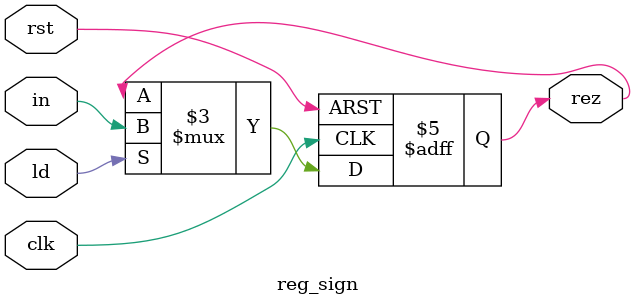
<source format=v>
module reg_m(
  input clk, rst, ld_in_bus, 
  input [7:0] in_bus,
  output reg [7:0] rez
);
  always @ ( posedge clk or negedge rst )
    if ( !rst ) rez <= 0;
    else if ( ld_in_bus ) rez <= in_bus;
endmodule

module reg_q(
  input clk, rst, ld_in_bus, left_shift, set_lsb, lsb,
  input [7:0] in_bus,
  output reg [7:0] rez
);

  always @ ( posedge clk or negedge rst )
    if ( !rst ) rez <= 0;
      else if ( ld_in_bus ) rez <= in_bus;
      else if( left_shift ) begin
        rez <= rez << 1;
      end
      else if(set_lsb) begin
        rez[0] <= lsb;  
      end
endmodule

module reg_a(
  input clk, rst, ld_in_bus, ld_sum, left_shift, lsb,
  input [7:0] in_bus,
  input [7:0] sum,
  output reg [7:0] rez
);

  always @ ( posedge clk or negedge rst ) begin
    if ( !rst ) rez <= 0;
      else if ( ld_in_bus ) begin
       rez <= in_bus;
       //sign <= in_bus[7];
     end
      else if(ld_sum) begin
        //sign <= rez[7];
        rez <= sum;
      end
      else if( left_shift ) begin
        //sign <= rez[7];
        rez <= rez << 1;
        rez[0] <= lsb;
      end
      //sign <= rez[7];
    end

endmodule

module reg_out(
  input clk, rst, ld_in_bus,
  input [7:0] in1,
  input [7:0] in2,
  output reg [7:0] rez
);

reg aux;

always @ (posedge clk or negedge rst) begin
  if(!rst) begin
    rez <= 0;
    aux <= 0;
  end
  else if(ld_in_bus)
    if(aux == 0) begin
      rez <= in1;
      aux <= 1;
    end
    else begin
      rez <= in2;
      aux <= 0;
    end    
end

endmodule

module reg_sign(
  input clk, rst, ld, in,
  output reg rez
  );
  
  always @ (posedge clk or negedge rst) begin
    if(!rst)
      rez <= 0;
    else
      if(ld)
        rez <= in;
  end
  
endmodule

</source>
